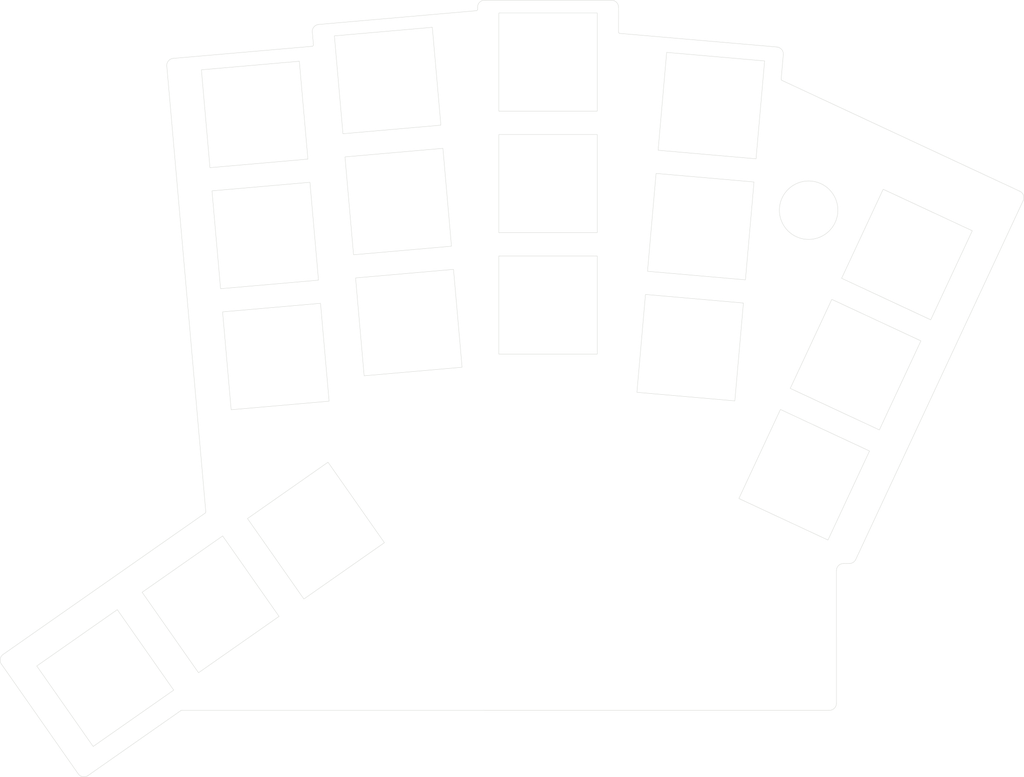
<source format=kicad_pcb>
(kicad_pcb (version 20240108) (generator "pcbnew") (generator_version "8.0")
  (layers (0 "F.Cu" signal) (31 "B.Cu" signal) (34 "B.Paste" user) (35 "F.Paste" user) (36 "B.SilkS" user "B.Silkscreen") (37 "F.SilkS" user "F.Silkscreen") (38 "B.Mask" user) (39 "F.Mask" user) (44 "Edge.Cuts" user))
  (net 0 "")
  (footprint "Art:Salt" (layer "F.Cu") (at 161.429665 107.036694)
    (property "Reference" "U7" (hide yes))
    (property "Value" "~" (hide yes))
  )
  (footprint "Art:Salt" (layer "B.Cu") (at 161.429665 107.036694 180)
    (property "Reference" "U7" (hide yes))
    (property "Value" "~" (hide yes))
  )
  (gr_arc (start 195.06559 39.630143) (mid 194.97694 39.548861) (end 194.950883 39.431437) (stroke (width 0.05)) (layer "Edge.Cuts"))
  (gr_line (start 195.254058 35.970536) (end 194.950883 39.431437) (stroke (width 0.05)) (layer "Edge.Cuts"))
  (gr_arc (start 151.871146 29.534119) (mid 151.818595 29.669245) (end 151.688541 29.733361) (stroke (width 0.05)) (layer "Edge.Cuts"))
  (gr_line (start 95.194294 138.093453) (end 84.303866 122.524548) (stroke (width 0.05)) (layer "Edge.Cuts"))
  (gr_line (start 202.797859 128.077134) (end 202.797444 109.2326) (stroke (width 0.05)) (layer "Edge.Cuts"))
  (gr_poly (pts (xy 104.268206 112.314498) (xy 115.695377 104.313106) (xy 123.696768 115.740276) (xy 112.269596 123.74167)) (stroke (width 0.05)) (fill none) (layer "Edge.Cuts"))
  (gr_poly (pts (xy 115.685284 72.499059) (xy 129.5822 71.283236) (xy 130.798024 85.180149) (xy 116.901108 86.395973)) (stroke (width 0.05)) (fill none) (layer "Edge.Cuts"))
  (gr_circle (center 198.848625 58.058453) (end 202.988628 58.348452) (stroke (width 0.05)) (fill none) (layer "Edge.Cuts"))
  (gr_line (start 151.871146 29.534119) (end 151.871149 29.237418) (stroke (width 0.05)) (layer "Edge.Cuts"))
  (gr_line (start 201.797853 129.077159) (end 109.879273 129.07644) (stroke (width 0.05)) (layer "Edge.Cuts"))
  (gr_arc (start 96.587295 138.339426) (mid 95.839836 138.505031) (end 95.194294 138.093453) (stroke (width 0.05)) (layer "Edge.Cuts"))
  (gr_poly (pts (xy 177.201422 52.838592) (xy 191.098338 54.054414) (xy 189.882514 67.951329) (xy 175.985598 66.735507)) (stroke (width 0.05)) (fill none) (layer "Edge.Cuts"))
  (gr_poly (pts (xy 89.316896 122.78352) (xy 100.744065 114.78213) (xy 108.745456 126.209301) (xy 97.318287 134.210695)) (stroke (width 0.05)) (fill none) (layer "Edge.Cuts"))
  (gr_poly (pts (xy 194.847126 86.357649) (xy 207.49012 92.253175) (xy 201.594594 104.896167) (xy 188.951602 99.000643)) (stroke (width 0.05)) (fill none) (layer "Edge.Cuts"))
  (gr_arc (start 107.768674 37.587077) (mid 107.999028 36.85702) (end 108.678192 36.503752) (stroke (width 0.05)) (layer "Edge.Cuts"))
  (gr_poly (pts (xy 119.219237 101.845675) (xy 130.646406 93.844281) (xy 138.647798 105.271451) (xy 127.220629 113.272845)) (stroke (width 0.05)) (fill none) (layer "Edge.Cuts"))
  (gr_line (start 109.764556 129.112615) (end 96.587295 138.339426) (stroke (width 0.05)) (layer "Edge.Cuts"))
  (gr_poly (pts (xy 154.893373 47.305315) (xy 168.843372 47.305316) (xy 168.843371 61.255318) (xy 154.89337 61.255316)) (stroke (width 0.05)) (fill none) (layer "Edge.Cuts"))
  (gr_line (start 152.871148 28.237418) (end 170.870759 28.237423) (stroke (width 0.05)) (layer "Edge.Cuts"))
  (gr_arc (start 170.870759 28.237423) (mid 171.577991 28.530464) (end 171.870759 29.23781) (stroke (width 0.05)) (layer "Edge.Cuts"))
  (gr_line (start 108.678192 36.503752) (end 128.393211 34.788383) (stroke (width 0.05)) (layer "Edge.Cuts"))
  (gr_poly (pts (xy 133.053081 50.492701) (xy 146.949993 49.276874) (xy 148.165818 63.173791) (xy 134.268901 64.389615)) (stroke (width 0.05)) (fill none) (layer "Edge.Cuts"))
  (gr_line (start 228.813173 55.368346) (end 195.06559 39.630143) (stroke (width 0.05)) (layer "Edge.Cuts"))
  (gr_line (start 203.797447 108.232577) (end 204.630327 108.23258) (stroke (width 0.05)) (layer "Edge.Cuts"))
  (gr_arc (start 128.575112 34.571699) (mid 128.529058 34.717723) (end 128.393211 34.788383) (stroke (width 0.05)) (layer "Edge.Cuts"))
  (gr_poly (pts (xy 202.138123 70.722041) (xy 214.781117 76.617567) (xy 208.885591 89.26056) (xy 196.242598 83.365034)) (stroke (width 0.05)) (fill none) (layer "Edge.Cuts"))
  (gr_line (start 128.575112 34.571699) (end 128.417389 32.768876) (stroke (width 0.05)) (layer "Edge.Cuts"))
  (gr_arc (start 109.764556 129.112615) (mid 109.819123 129.085675) (end 109.879273 129.07644) (stroke (width 0.05)) (layer "Edge.Cuts"))
  (gr_arc (start 205.53665 107.655171) (mid 205.167659 108.075996) (end 204.630327 108.23258) (stroke (width 0.05)) (layer "Edge.Cuts"))
  (gr_poly (pts (xy 114.181691 55.312721) (xy 128.078606 54.096898) (xy 129.294428 67.993814) (xy 115.39751 69.209635)) (stroke (width 0.05)) (fill none) (layer "Edge.Cuts"))
  (gr_arc (start 172.052125 32.955766) (mid 171.921965 32.891657) (end 171.869389 32.756437) (stroke (width 0.05)) (layer "Edge.Cuts"))
  (gr_line (start 113.301989 100.886073) (end 107.768674 37.587077) (stroke (width 0.05)) (layer "Edge.Cuts"))
  (gr_poly (pts (xy 131.549469 33.306348) (xy 145.446385 32.090524) (xy 146.662206 45.987441) (xy 132.765292 47.203262)) (stroke (width 0.05)) (fill none) (layer "Edge.Cuts"))
  (gr_line (start 229.296845 56.697229) (end 205.53665 107.655171) (stroke (width 0.05)) (layer "Edge.Cuts"))
  (gr_arc (start 128.417389 32.768876) (mid 128.647611 32.038868) (end 129.326616 31.685506) (stroke (width 0.05)) (layer "Edge.Cuts"))
  (gr_line (start 171.870759 29.23781) (end 171.869389 32.756437) (stroke (width 0.05)) (layer "Edge.Cuts"))
  (gr_arc (start 151.871149 29.237418) (mid 152.16405 28.530308) (end 152.871148 28.237418) (stroke (width 0.05)) (layer "Edge.Cuts"))
  (gr_poly (pts (xy 209.429134 55.086419) (xy 222.072128 60.981944) (xy 216.176604 73.624938) (xy 203.533609 67.729413)) (stroke (width 0.05)) (fill none) (layer "Edge.Cuts"))
  (gr_line (start 129.326616 31.685506) (end 151.688541 29.733361) (stroke (width 0.05)) (layer "Edge.Cuts"))
  (gr_arc (start 84.303866 122.524548) (mid 84.138525 121.777378) (end 84.549879 121.132096) (stroke (width 0.05)) (layer "Edge.Cuts"))
  (gr_poly (pts (xy 154.893364 64.557305) (xy 168.843363 64.557306) (xy 168.843361 78.507307) (xy 154.893362 78.507305)) (stroke (width 0.05)) (fill none) (layer "Edge.Cuts"))
  (gr_poly (pts (xy 154.893362 30.053297) (xy 168.843362 30.053298) (xy 168.843363 44.003297) (xy 154.893363 44.003295)) (stroke (width 0.05)) (fill none) (layer "Edge.Cuts"))
  (gr_arc (start 202.797444 109.2326) (mid 203.090382 108.525528) (end 203.797447 108.232577) (stroke (width 0.05)) (layer "Edge.Cuts"))
  (gr_arc (start 202.797859 128.077134) (mid 202.504914 128.78421) (end 201.797853 129.077159) (stroke (width 0.05)) (layer "Edge.Cuts"))
  (gr_arc (start 194.344182 34.886999) (mid 195.023707 35.240183) (end 195.254058 35.970536) (stroke (width 0.05)) (layer "Edge.Cuts"))
  (gr_poly (pts (xy 134.556693 67.679046) (xy 148.453606 66.463223) (xy 149.66943 80.36014) (xy 135.772512 81.575959)) (stroke (width 0.05)) (fill none) (layer "Edge.Cuts"))
  (gr_poly (pts (xy 112.67795 38.124931) (xy 126.574867 36.90911) (xy 127.790689 50.806025) (xy 113.893771 52.021844)) (stroke (width 0.05)) (fill none) (layer "Edge.Cuts"))
  (gr_poly (pts (xy 175.69783 70.024951) (xy 189.594746 71.240771) (xy 188.378924 85.137688) (xy 174.482008 83.921867)) (stroke (width 0.05)) (fill none) (layer "Edge.Cuts"))
  (gr_line (start 194.344182 34.886999) (end 172.052125 32.955766) (stroke (width 0.05)) (layer "Edge.Cuts"))
  (gr_poly (pts (xy 178.705041 35.652224) (xy 192.601957 36.868049) (xy 191.386134 50.764965) (xy 177.489219 49.549139)) (stroke (width 0.05)) (fill none) (layer "Edge.Cuts"))
  (gr_arc (start 228.813173 55.368346) (mid 229.330173 55.93263) (end 229.296845 56.697229) (stroke (width 0.05)) (layer "Edge.Cuts"))
  (gr_arc (start 113.301989 100.886073) (mid 113.284012 100.988043) (end 113.217432 101.067349) (stroke (width 0.05)) (layer "Edge.Cuts"))
  (gr_line (start 113.217432 101.067349) (end 84.549879 121.132096) (stroke (width 0.05)) (layer "Edge.Cuts"))
)
</source>
